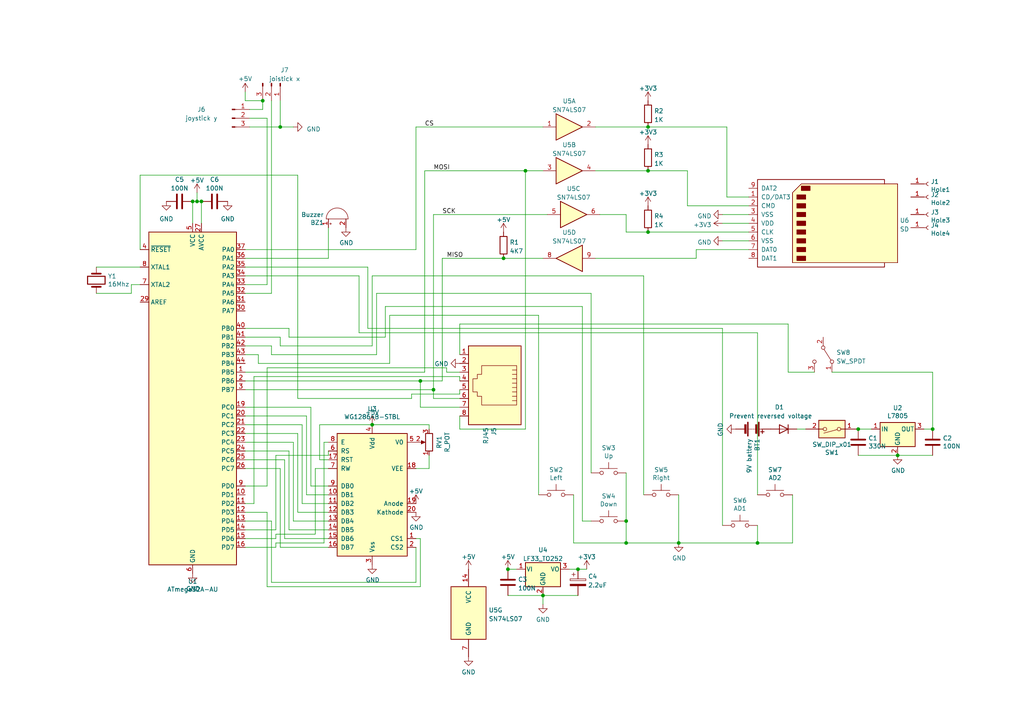
<source format=kicad_sch>
(kicad_sch (version 20230121) (generator eeschema)
  (paper "A4")
  (lib_symbols
    (symbol "+5V_1" (power) (pin_names (offset 0))
      (property "Value" "+5V_1" (at 0 3.556 0))
      (symbol "+5V_1_0_1"
        (polyline (pts (xy -0.762 1.27) (xy 0 2.54)))
        (polyline (pts (xy 0 0) (xy 0 2.54)))
        (polyline (pts (xy 0 2.54) (xy 0.762 1.27)))
      )
      (symbol "+5V_1_1_1"
        (pin power_in line (at 0 0 90) (length 0) hide (name "+5V") (number "1"))
      )
    )
    (symbol "74xx:SN74LS07" (pin_names (offset 1.016))
      (property "Reference" "U" (at 0 1.27 0))
      (property "Value" "SN74LS07" (at 0 -1.27 0))
      (symbol "SN74LS07_1_0"
        (polyline (pts (xy -3.81 3.81) (xy -3.81 -3.81) (xy 3.81 0) (xy -3.81 3.81)) (stroke (width 0.254)) (fill (type background)))
        (pin input line (at -7.62 0 0) (length 3.81) (name "~") (number "1"))
        (pin open_collector line (at 7.62 0 180) (length 3.81) (name "~") (number "2"))
      )
      (symbol "SN74LS07_2_0"
        (polyline (pts (xy -3.81 3.81) (xy -3.81 -3.81) (xy 3.81 0) (xy -3.81 3.81)) (stroke (width 0.254)) (fill (type background)))
        (pin input line (at -7.62 0 0) (length 3.81) (name "~") (number "3"))
        (pin open_collector line (at 7.62 0 180) (length 3.81) (name "~") (number "4"))
      )
      (symbol "SN74LS07_3_0"
        (polyline (pts (xy -3.81 3.81) (xy -3.81 -3.81) (xy 3.81 0) (xy -3.81 3.81)) (stroke (width 0.254)) (fill (type background)))
        (pin input line (at -7.62 0 0) (length 3.81) (name "~") (number "5"))
        (pin open_collector line (at 7.62 0 180) (length 3.81) (name "~") (number "6"))
      )
      (symbol "SN74LS07_4_0"
        (polyline (pts (xy -3.81 3.81) (xy -3.81 -3.81) (xy 3.81 0) (xy -3.81 3.81)) (stroke (width 0.254)) (fill (type background)))
        (pin open_collector line (at 7.62 0 180) (length 3.81) (name "~") (number "8"))
        (pin input line (at -7.62 0 0) (length 3.81) (name "~") (number "9"))
      )
      (symbol "SN74LS07_5_0"
        (polyline (pts (xy -3.81 3.81) (xy -3.81 -3.81) (xy 3.81 0) (xy -3.81 3.81)) (stroke (width 0.254)) (fill (type background)))
        (pin open_collector line (at 7.62 0 180) (length 3.81) (name "~") (number "10"))
        (pin input line (at -7.62 0 0) (length 3.81) (name "~") (number "11"))
      )
      (symbol "SN74LS07_6_0"
        (polyline (pts (xy -3.81 3.81) (xy -3.81 -3.81) (xy 3.81 0) (xy -3.81 3.81)) (stroke (width 0.254)) (fill (type background)))
        (pin open_collector line (at 7.62 0 180) (length 3.81) (name "~") (number "12"))
        (pin input line (at -7.62 0 0) (length 3.81) (name "~") (number "13"))
      )
      (symbol "SN74LS07_7_0"
        (pin power_in line (at 0 12.7 270) (length 5.08) (name "VCC") (number "14"))
        (pin power_in line (at 0 -12.7 90) (length 5.08) (name "GND") (number "7"))
      )
      (symbol "SN74LS07_7_1"
        (rectangle (start -5.08 7.62) (end 5.08 -7.62) (stroke (width 0.254)) (fill (type background)))
      )
    )
    (symbol "Connector:Conn_01x01_Female" (pin_names (offset 1.016) hide)
      (property "Reference" "J" (at 0 2.54 0))
      (property "Value" "Conn_01x01_Female" (at 0 -2.54 0))
      (symbol "Conn_01x01_Female_1_1"
        (polyline (pts (xy -1.27 0) (xy -0.508 0)) (stroke (width 0.1524)))
        (arc (start 0 0.508) (mid -0.5058 0) (end 0 -0.508) (stroke (width 0.1524)))
        (pin passive line (at -5.08 0 0) (length 3.81) (name "Pin_1") (number "1"))
      )
    )
    (symbol "Connector:Conn_01x03_Pin" (pin_names (offset 1.016) hide)
      (property "Reference" "J" (at 0 5.08 0))
      (property "Value" "Conn_01x03_Pin" (at 0 -5.08 0))
      (symbol "Conn_01x03_Pin_1_1"
        (polyline (pts (xy 1.27 -2.54) (xy 0.8636 -2.54)) (stroke (width 0.1524)))
        (polyline (pts (xy 1.27 0) (xy 0.8636 0)) (stroke (width 0.1524)))
        (polyline (pts (xy 1.27 2.54) (xy 0.8636 2.54)) (stroke (width 0.1524)))
        (rectangle (start 0.8636 -2.413) (end 0 -2.667) (stroke (width 0.1524)) (fill (type outline)))
        (rectangle (start 0.8636 0.127) (end 0 -0.127) (stroke (width 0.1524)) (fill (type outline)))
        (rectangle (start 0.8636 2.667) (end 0 2.413) (stroke (width 0.1524)) (fill (type outline)))
        (pin passive line (at 5.08 2.54 180) (length 3.81) (name "Pin_1") (number "1"))
        (pin passive line (at 5.08 0 180) (length 3.81) (name "Pin_2") (number "2"))
        (pin passive line (at 5.08 -2.54 180) (length 3.81) (name "Pin_3") (number "3"))
      )
    )
    (symbol "Connector:RJ45" (pin_names (offset 1.016))
      (property "Reference" "J" (at -5.08 13.97 0))
      (property "Value" "RJ45" (at 2.54 13.97 0))
      (symbol "RJ45_0_1"
        (polyline (pts (xy -5.08 4.445) (xy -6.35 4.445)))
        (polyline (pts (xy -5.08 5.715) (xy -6.35 5.715)))
        (polyline (pts (xy -6.35 -3.175) (xy -5.08 -3.175) (xy -5.08 -3.175)))
        (polyline (pts (xy -6.35 -1.905) (xy -5.08 -1.905) (xy -5.08 -1.905)))
        (polyline (pts (xy -6.35 -0.635) (xy -5.08 -0.635) (xy -5.08 -0.635)))
        (polyline (pts (xy -6.35 0.635) (xy -5.08 0.635) (xy -5.08 0.635)))
        (polyline (pts (xy -6.35 1.905) (xy -5.08 1.905) (xy -5.08 1.905)))
        (polyline (pts (xy -5.08 3.175) (xy -6.35 3.175) (xy -6.35 3.175)))
        (polyline (pts (xy -6.35 -4.445) (xy -6.35 6.985) (xy 3.81 6.985) (xy 3.81 4.445) (xy 5.08 4.445) (xy 5.08 3.175) (xy 6.35 3.175) (xy 6.35 -0.635) (xy 5.08 -0.635) (xy 5.08 -1.905) (xy 3.81 -1.905) (xy 3.81 -4.445) (xy -6.35 -4.445) (xy -6.35 -4.445)))
        (rectangle (start 7.62 12.7) (end -7.62 -10.16) (stroke (width 0.254)) (fill (type background)))
      )
      (symbol "RJ45_1_1"
        (pin passive line (at 10.16 -7.62 180) (length 2.54) (name "~") (number "1"))
        (pin passive line (at 10.16 -5.08 180) (length 2.54) (name "~") (number "2"))
        (pin passive line (at 10.16 -2.54 180) (length 2.54) (name "~") (number "3"))
        (pin passive line (at 10.16 0 180) (length 2.54) (name "~") (number "4"))
        (pin passive line (at 10.16 2.54 180) (length 2.54) (name "~") (number "5"))
        (pin passive line (at 10.16 5.08 180) (length 2.54) (name "~") (number "6"))
        (pin passive line (at 10.16 7.62 180) (length 2.54) (name "~") (number "7"))
        (pin passive line (at 10.16 10.16 180) (length 2.54) (name "~") (number "8"))
      )
    )
    (symbol "Device:Battery" (pin_numbers hide) (pin_names (offset 0) hide)
      (property "Reference" "BT" (at 2.54 2.54 0))
      (property "Value" "Battery" (at 2.54 0 0))
      (symbol "Battery_0_1"
        (rectangle (start -2.032 -1.397) (end 2.032 -1.651) (fill (type outline)))
        (rectangle (start -2.032 1.778) (end 2.032 1.524) (fill (type outline)))
        (rectangle (start -1.3208 -1.9812) (end 1.27 -2.4892) (fill (type outline)))
        (rectangle (start -1.3208 1.1938) (end 1.27 0.6858) (fill (type outline)))
        (polyline (pts (xy 0 -1.524) (xy 0 -1.27)))
        (polyline (pts (xy 0 -1.016) (xy 0 -0.762)))
        (polyline (pts (xy 0 -0.508) (xy 0 -0.254)))
        (polyline (pts (xy 0 0) (xy 0 0.254)))
        (polyline (pts (xy 0 0.508) (xy 0 0.762)))
        (polyline (pts (xy 0 1.778) (xy 0 2.54)))
        (polyline (pts (xy 0.254 2.667) (xy 1.27 2.667)) (stroke (width 0.254)))
        (polyline (pts (xy 0.762 3.175) (xy 0.762 2.159)) (stroke (width 0.254)))
      )
      (symbol "Battery_1_1"
        (pin passive line (at 0 5.08 270) (length 2.54) (name "+") (number "1"))
        (pin passive line (at 0 -5.08 90) (length 2.54) (name "-") (number "2"))
      )
    )
    (symbol "Device:Buzzer" (pin_names (offset 0.0254) hide)
      (property "Reference" "BZ" (at 3.81 1.27 0))
      (property "Value" "Buzzer" (at 3.81 -1.27 0))
      (symbol "Buzzer_0_1"
        (arc (start 0 -3.175) (mid 3.1612 0) (end 0 3.175))
        (polyline (pts (xy -1.651 1.905) (xy -1.143 1.905)))
        (polyline (pts (xy -1.397 2.159) (xy -1.397 1.651)))
        (polyline (pts (xy 0 3.175) (xy 0 -3.175)))
      )
      (symbol "Buzzer_1_1"
        (pin passive line (at -2.54 2.54 0) (length 2.54) (name "-") (number "1"))
        (pin passive line (at -2.54 -2.54 0) (length 2.54) (name "+") (number "2"))
      )
    )
    (symbol "Device:C" (pin_numbers hide) (pin_names (offset 0.254))
      (property "Reference" "C" (at 0.635 2.54 0))
      (property "Value" "C" (at 0.635 -2.54 0))
      (symbol "C_0_1"
        (polyline (pts (xy -2.032 -0.762) (xy 2.032 -0.762)) (stroke (width 0.508)))
        (polyline (pts (xy -2.032 0.762) (xy 2.032 0.762)) (stroke (width 0.508)))
      )
      (symbol "C_1_1"
        (pin passive line (at 0 3.81 270) (length 2.794) (name "~") (number "1"))
        (pin passive line (at 0 -3.81 90) (length 2.794) (name "~") (number "2"))
      )
    )
    (symbol "Device:C_Polarized" (pin_numbers hide) (pin_names (offset 0.254))
      (property "Reference" "C" (at 0.635 2.54 0))
      (property "Value" "C_Polarized" (at 0.635 -2.54 0))
      (symbol "C_Polarized_0_1"
        (rectangle (start -2.286 0.508) (end 2.286 1.016))
        (polyline (pts (xy -1.778 2.286) (xy -0.762 2.286)))
        (polyline (pts (xy -1.27 2.794) (xy -1.27 1.778)))
        (rectangle (start 2.286 -0.508) (end -2.286 -1.016) (fill (type outline)))
      )
      (symbol "C_Polarized_1_1"
        (pin passive line (at 0 3.81 270) (length 2.794) (name "~") (number "1"))
        (pin passive line (at 0 -3.81 90) (length 2.794) (name "~") (number "2"))
      )
    )
    (symbol "Device:Crystal" (pin_numbers hide) (pin_names (offset 1.016) hide)
      (property "Reference" "Y" (at 0 3.81 0))
      (property "Value" "Crystal" (at 0 -3.81 0))
      (symbol "Crystal_0_1"
        (rectangle (start -1.143 2.54) (end 1.143 -2.54) (stroke (width 0.3048)))
        (polyline (pts (xy -2.54 0) (xy -1.905 0)))
        (polyline (pts (xy -1.905 -1.27) (xy -1.905 1.27)) (stroke (width 0.508)))
        (polyline (pts (xy 1.905 -1.27) (xy 1.905 1.27)) (stroke (width 0.508)))
        (polyline (pts (xy 2.54 0) (xy 1.905 0)))
      )
      (symbol "Crystal_1_1"
        (pin passive line (at -3.81 0 0) (length 1.27) (name "1") (number "1"))
        (pin passive line (at 3.81 0 180) (length 1.27) (name "2") (number "2"))
      )
    )
    (symbol "Device:D" (pin_numbers hide) (pin_names (offset 1.016) hide)
      (property "Reference" "D" (at 0 2.54 0))
      (property "Value" "D" (at 0 -2.54 0))
      (symbol "D_0_1"
        (polyline (pts (xy -1.27 1.27) (xy -1.27 -1.27)) (stroke (width 0.254)))
        (polyline (pts (xy 1.27 0) (xy -1.27 0)))
        (polyline (pts (xy 1.27 1.27) (xy 1.27 -1.27) (xy -1.27 0) (xy 1.27 1.27)) (stroke (width 0.254)))
      )
      (symbol "D_1_1"
        (pin passive line (at -3.81 0 0) (length 2.54) (name "K") (number "1"))
        (pin passive line (at 3.81 0 180) (length 2.54) (name "A") (number "2"))
      )
    )
    (symbol "Device:R" (pin_numbers hide) (pin_names (offset 0))
      (property "Reference" "R" (at 2.032 0 90))
      (property "Value" "R" (at 0 0 90))
      (symbol "R_0_1"
        (rectangle (start -1.016 -2.54) (end 1.016 2.54) (stroke (width 0.254)))
      )
      (symbol "R_1_1"
        (pin passive line (at 0 3.81 270) (length 1.27) (name "~") (number "1"))
        (pin passive line (at 0 -3.81 90) (length 1.27) (name "~") (number "2"))
      )
    )
    (symbol "Device:R_POT" (pin_names (offset 1.016) hide)
      (property "Reference" "RV" (at -4.445 0 90))
      (property "Value" "Device_R_POT" (at -2.54 0 90))
      (symbol "R_POT_0_1"
        (polyline (pts (xy 2.54 0) (xy 1.524 0)))
        (polyline (pts (xy 1.143 0) (xy 2.286 0.508) (xy 2.286 -0.508) (xy 1.143 0)) (fill (type outline)))
        (rectangle (start 1.016 2.54) (end -1.016 -2.54) (stroke (width 0.254)))
      )
      (symbol "R_POT_1_1"
        (pin passive line (at 0 3.81 270) (length 1.27) (name "1") (number "1"))
        (pin passive line (at 3.81 0 180) (length 1.27) (name "2") (number "2"))
        (pin passive line (at 0 -3.81 90) (length 1.27) (name "3") (number "3"))
      )
    )
    (symbol "GND_1" (power) (pin_names (offset 0))
      (property "Value" "GND_1" (at 0 -3.81 0))
      (symbol "GND_1_0_1"
        (polyline (pts (xy 0 0) (xy 0 -1.27) (xy 1.27 -1.27) (xy 0 -2.54) (xy -1.27 -1.27) (xy 0 -1.27)))
      )
      (symbol "GND_1_1_1"
        (pin power_in line (at 0 0 270) (length 0) hide (name "GND") (number "1"))
      )
    )
    (symbol "GND_2" (power) (pin_names (offset 0))
      (property "Value" "GND_2" (at 0 -3.81 0))
      (symbol "GND_2_0_1"
        (polyline (pts (xy 0 0) (xy 0 -1.27) (xy 1.27 -1.27) (xy 0 -2.54) (xy -1.27 -1.27) (xy 0 -1.27)))
      )
      (symbol "GND_2_1_1"
        (pin power_in line (at 0 0 270) (length 0) hide (name "GND") (number "1"))
      )
    )
    (symbol "GND_3" (power) (pin_names (offset 0))
      (property "Value" "GND_3" (at 0 -3.81 0))
      (symbol "GND_3_0_1"
        (polyline (pts (xy 0 0) (xy 0 -1.27) (xy 1.27 -1.27) (xy 0 -2.54) (xy -1.27 -1.27) (xy 0 -1.27)))
      )
      (symbol "GND_3_1_1"
        (pin power_in line (at 0 0 270) (length 0) hide (name "GND") (number "1"))
      )
    )
    (symbol "MCU_Microchip_ATmega:ATmega32A-AU"
      (property "Reference" "U" (at -12.7 49.53 0))
      (property "Value" "MCU_Microchip_ATmega_ATmega32A-AU" (at 2.54 -49.53 0))
      (symbol "ATmega32A-AU_0_1"
        (rectangle (start -12.7 -48.26) (end 12.7 48.26) (stroke (width 0.254)) (fill (type background)))
      )
      (symbol "ATmega32A-AU_1_1"
        (pin bidirectional line (at 15.24 7.62 180) (length 2.54) (name "PB5") (number "1"))
        (pin bidirectional line (at 15.24 -27.94 180) (length 2.54) (name "PD1") (number "10"))
        (pin bidirectional line (at 15.24 -30.48 180) (length 2.54) (name "PD2") (number "11"))
        (pin bidirectional line (at 15.24 -33.02 180) (length 2.54) (name "PD3") (number "12"))
        (pin bidirectional line (at 15.24 -35.56 180) (length 2.54) (name "PD4") (number "13"))
        (pin bidirectional line (at 15.24 -38.1 180) (length 2.54) (name "PD5") (number "14"))
        (pin bidirectional line (at 15.24 -40.64 180) (length 2.54) (name "PD6") (number "15"))
        (pin bidirectional line (at 15.24 -43.18 180) (length 2.54) (name "PD7") (number "16"))
        (pin passive line (at 0 50.8 270) (length 2.54) hide (name "VCC") (number "17"))
        (pin passive line (at 0 -50.8 90) (length 2.54) hide (name "GND") (number "18"))
        (pin bidirectional line (at 15.24 -2.54 180) (length 2.54) (name "PC0") (number "19"))
        (pin bidirectional line (at 15.24 5.08 180) (length 2.54) (name "PB6") (number "2"))
        (pin bidirectional line (at 15.24 -5.08 180) (length 2.54) (name "PC1") (number "20"))
        (pin bidirectional line (at 15.24 -7.62 180) (length 2.54) (name "PC2") (number "21"))
        (pin bidirectional line (at 15.24 -10.16 180) (length 2.54) (name "PC3") (number "22"))
        (pin bidirectional line (at 15.24 -12.7 180) (length 2.54) (name "PC4") (number "23"))
        (pin bidirectional line (at 15.24 -15.24 180) (length 2.54) (name "PC5") (number "24"))
        (pin bidirectional line (at 15.24 -17.78 180) (length 2.54) (name "PC6") (number "25"))
        (pin bidirectional line (at 15.24 -20.32 180) (length 2.54) (name "PC7") (number "26"))
        (pin power_in line (at 2.54 50.8 270) (length 2.54) (name "AVCC") (number "27"))
        (pin passive line (at 0 -50.8 90) (length 2.54) hide (name "GND") (number "28"))
        (pin passive line (at -15.24 27.94 0) (length 2.54) (name "AREF") (number "29"))
        (pin bidirectional line (at 15.24 2.54 180) (length 2.54) (name "PB7") (number "3"))
        (pin bidirectional line (at 15.24 25.4 180) (length 2.54) (name "PA7") (number "30"))
        (pin bidirectional line (at 15.24 27.94 180) (length 2.54) (name "PA6") (number "31"))
        (pin bidirectional line (at 15.24 30.48 180) (length 2.54) (name "PA5") (number "32"))
        (pin bidirectional line (at 15.24 33.02 180) (length 2.54) (name "PA4") (number "33"))
        (pin bidirectional line (at 15.24 35.56 180) (length 2.54) (name "PA3") (number "34"))
        (pin bidirectional line (at 15.24 38.1 180) (length 2.54) (name "PA2") (number "35"))
        (pin bidirectional line (at 15.24 40.64 180) (length 2.54) (name "PA1") (number "36"))
        (pin bidirectional line (at 15.24 43.18 180) (length 2.54) (name "PA0") (number "37"))
        (pin passive line (at 0 50.8 270) (length 2.54) hide (name "VCC") (number "38"))
        (pin passive line (at 0 -50.8 90) (length 2.54) hide (name "GND") (number "39"))
        (pin input line (at -15.24 43.18 0) (length 2.54) (name "~{RESET}") (number "4"))
        (pin bidirectional line (at 15.24 20.32 180) (length 2.54) (name "PB0") (number "40"))
        (pin bidirectional line (at 15.24 17.78 180) (length 2.54) (name "PB1") (number "41"))
        (pin bidirectional line (at 15.24 15.24 180) (length 2.54) (name "PB2") (number "42"))
        (pin bidirectional line (at 15.24 12.7 180) (length 2.54) (name "PB3") (number "43"))
        (pin bidirectional line (at 15.24 10.16 180) (length 2.54) (name "PB4") (number "44"))
        (pin power_in line (at 0 50.8 270) (length 2.54) (name "VCC") (number "5"))
        (pin power_in line (at 0 -50.8 90) (length 2.54) (name "GND") (number "6"))
        (pin output line (at -15.24 33.02 0) (length 2.54) (name "XTAL2") (number "7"))
        (pin input line (at -15.24 38.1 0) (length 2.54) (name "XTAL1") (number "8"))
        (pin bidirectional line (at 15.24 -25.4 180) (length 2.54) (name "PD0") (number "9"))
      )
    )
    (symbol "Regulator_Linear:L7805" (pin_names (offset 0.254))
      (property "Reference" "U" (at -3.81 3.175 0))
      (property "Value" "L7805" (at 0 3.175 0))
      (symbol "L7805_0_1"
        (rectangle (start -5.08 1.905) (end 5.08 -5.08) (stroke (width 0.254)) (fill (type background)))
      )
      (symbol "L7805_1_1"
        (pin power_in line (at -7.62 0 0) (length 2.54) (name "IN") (number "1"))
        (pin power_in line (at 0 -7.62 90) (length 2.54) (name "GND") (number "2"))
        (pin power_out line (at 7.62 0 180) (length 2.54) (name "OUT") (number "3"))
      )
    )
    (symbol "Regulator_Linear:LF33_TO252" (pin_names (offset 0.254))
      (property "Reference" "U" (at -3.81 3.175 0))
      (property "Value" "LF33_TO252" (at 0 3.175 0))
      (symbol "LF33_TO252_0_1"
        (rectangle (start -5.08 1.905) (end 5.08 -5.08) (stroke (width 0.254)) (fill (type background)))
      )
      (symbol "LF33_TO252_1_1"
        (pin power_in line (at -7.62 0 0) (length 2.54) (name "VI") (number "1"))
        (pin power_in line (at 0 -7.62 90) (length 2.54) (name "GND") (number "2"))
        (pin power_out line (at 7.62 0 180) (length 2.54) (name "VO") (number "3"))
      )
    )
    (symbol "SD:SD" (pin_names (offset 1.016))
      (property "Reference" "U" (at 0 5.08 0))
      (property "Value" "SD" (at 0 7.62 0))
      (symbol "SD_0_1"
        (rectangle (start -8.89 -9.525) (end -6.35 -10.795) (fill (type outline)))
        (rectangle (start -8.89 -9.525) (end -6.35 -10.795) (fill (type outline)))
        (rectangle (start -8.89 -6.985) (end -6.35 -8.255) (fill (type outline)))
        (rectangle (start -8.89 -6.985) (end -6.35 -8.255) (fill (type outline)))
        (rectangle (start -8.89 -4.445) (end -6.35 -5.715) (fill (type outline)))
        (rectangle (start -8.89 -4.445) (end -6.35 -5.715) (fill (type outline)))
        (rectangle (start -8.89 -1.905) (end -6.35 -3.175) (fill (type outline)))
        (rectangle (start -8.89 -1.905) (end -6.35 -3.175) (fill (type outline)))
        (rectangle (start -8.89 0.635) (end -6.35 -0.635) (fill (type outline)))
        (rectangle (start -8.89 0.635) (end -6.35 -0.635) (fill (type outline)))
        (rectangle (start -8.89 3.175) (end -6.35 1.905) (fill (type outline)))
        (rectangle (start -8.89 3.175) (end -6.35 1.905) (fill (type outline)))
        (rectangle (start -8.89 5.715) (end -6.35 4.445) (fill (type outline)))
        (rectangle (start -8.89 5.715) (end -6.35 4.445) (fill (type outline)))
        (rectangle (start -8.89 8.255) (end -6.35 6.985) (fill (type outline)))
        (rectangle (start -8.89 8.255) (end -6.35 6.985) (fill (type outline)))
        (rectangle (start -7.62 10.795) (end -5.08 9.525) (fill (type outline)))
        (rectangle (start -7.62 10.795) (end -5.08 9.525) (fill (type outline)))
        (polyline (pts (xy -10.16 8.89) (xy -7.62 11.43) (xy 20.32 11.43) (xy 20.32 -11.43) (xy -10.16 -11.43) (xy -10.16 8.89)) (fill (type background)))
        (polyline (pts (xy -10.16 8.89) (xy -7.62 11.43) (xy 20.32 11.43) (xy 20.32 -11.43) (xy -10.16 -11.43) (xy -10.16 8.89)) (fill (type background)))
        (polyline (pts (xy 16.51 11.43) (xy 16.51 12.7) (xy -20.32 12.7) (xy -20.32 -12.7) (xy 16.51 -12.7) (xy 16.51 -11.43)))
        (polyline (pts (xy 16.51 11.43) (xy 16.51 12.7) (xy -20.32 12.7) (xy -20.32 -12.7) (xy 16.51 -12.7) (xy 16.51 -11.43)))
      )
      (symbol "SD_1_1"
        (pin input line (at -22.86 7.62 0) (length 2.54) (name "CD/DAT3") (number "1"))
        (pin input line (at -22.86 5.08 0) (length 2.54) (name "CMD") (number "2"))
        (pin power_in line (at -22.86 2.54 0) (length 2.54) (name "VSS") (number "3"))
        (pin power_in line (at -22.86 0 0) (length 2.54) (name "VDD") (number "4"))
        (pin input line (at -22.86 -2.54 0) (length 2.54) (name "CLK") (number "5"))
        (pin power_in line (at -22.86 -5.08 0) (length 2.54) (name "VSS") (number "6"))
        (pin input line (at -22.86 -7.62 0) (length 2.54) (name "DAT0") (number "7"))
        (pin input line (at -22.86 -10.16 0) (length 2.54) (name "DAT1") (number "8"))
        (pin input line (at -22.86 10.16 0) (length 2.54) (name "DAT2") (number "9"))
      )
    )
    (symbol "Switch:SW_DIP_x01" (pin_names (offset 0) hide)
      (property "Reference" "SW" (at 0 3.81 0))
      (property "Value" "SW_DIP_x01" (at 0 -3.81 0))
      (symbol "SW_DIP_x01_0_0"
        (circle (center -2.032 0) (radius 0.508))
        (polyline (pts (xy -1.524 0.127) (xy 2.3622 1.1684)))
        (circle (center 2.032 0) (radius 0.508))
      )
      (symbol "SW_DIP_x01_0_1"
        (rectangle (start -3.81 2.54) (end 3.81 -2.54) (stroke (width 0.254)) (fill (type background)))
      )
      (symbol "SW_DIP_x01_1_1"
        (pin passive line (at -7.62 0 0) (length 5.08) (name "~") (number "1"))
        (pin passive line (at 7.62 0 180) (length 5.08) (name "~") (number "2"))
      )
    )
    (symbol "Switch:SW_Push" (pin_numbers hide) (pin_names (offset 1.016) hide)
      (property "Reference" "SW" (at 1.27 2.54 0))
      (property "Value" "SW_Push" (at 0 -1.524 0))
      (symbol "SW_Push_0_1"
        (circle (center -2.032 0) (radius 0.508))
        (polyline (pts (xy 0 1.27) (xy 0 3.048)))
        (polyline (pts (xy 2.54 1.27) (xy -2.54 1.27)))
        (circle (center 2.032 0) (radius 0.508))
        (pin passive line (at -5.08 0 0) (length 2.54) (name "1") (number "1"))
        (pin passive line (at 5.08 0 180) (length 2.54) (name "2") (number "2"))
      )
    )
    (symbol "Switch:SW_SPDT" (pin_names (offset 0) hide)
      (property "Reference" "SW" (at 0 4.318 0))
      (property "Value" "SW_SPDT" (at 0 -5.08 0))
      (symbol "SW_SPDT_0_0"
        (circle (center -2.032 0) (radius 0.508))
        (circle (center 2.032 -2.54) (radius 0.508))
      )
      (symbol "SW_SPDT_0_1"
        (polyline (pts (xy -1.524 0.254) (xy 1.651 2.286)))
        (circle (center 2.032 2.54) (radius 0.508))
      )
      (symbol "SW_SPDT_1_1"
        (pin passive line (at 5.08 2.54 180) (length 2.54) (name "A") (number "1"))
        (pin passive line (at -5.08 0 0) (length 2.54) (name "B") (number "2"))
        (pin passive line (at 5.08 -2.54 180) (length 2.54) (name "C") (number "3"))
      )
    )
    (symbol "power:+3V3" (power) (pin_names (offset 0))
      (property "Value" "+3V3" (at 0 3.556 0))
      (symbol "+3V3_0_1"
        (polyline (pts (xy -0.762 1.27) (xy 0 2.54)))
        (polyline (pts (xy 0 0) (xy 0 2.54)))
        (polyline (pts (xy 0 2.54) (xy 0.762 1.27)))
      )
      (symbol "+3V3_1_1"
        (pin power_in line (at 0 0 90) (length 0) hide (name "+3V3") (number "1"))
      )
    )
    (symbol "power:+5V" (power) (pin_names (offset 0))
      (property "Value" "+5V" (at 0 3.556 0))
      (symbol "+5V_0_1"
        (polyline (pts (xy -0.762 1.27) (xy 0 2.54)))
        (polyline (pts (xy 0 0) (xy 0 2.54)))
        (polyline (pts (xy 0 2.54) (xy 0.762 1.27)))
      )
      (symbol "+5V_1_1"
        (pin power_in line (at 0 0 90) (length 0) hide (name "+5V") (number "1"))
      )
    )
    (symbol "power:GND" (power) (pin_names (offset 0))
      (property "Value" "GND" (at 0 -3.81 0))
      (symbol "GND_0_1"
        (polyline (pts (xy 0 0) (xy 0 -1.27) (xy 1.27 -1.27) (xy 0 -2.54) (xy -1.27 -1.27) (xy 0 -1.27)))
      )
      (symbol "GND_1_1"
        (pin power_in line (at 0 0 270) (length 0) hide (name "GND") (number "1"))
      )
    )
    (symbol "schemat_dip40-rescue:WG12864B-STBL" (pin_names (offset 1.016))
      (property "Reference" "U" (at 0 0 0))
      (property "Value" "WG12864B-STBL" (at 0 0 0))
      (symbol "WG12864B-STBL_0_1"
        (rectangle (start -10.16 19.05) (end 10.16 -16.51) (stroke (width 0.254)) (fill (type background)))
      )
      (symbol "WG12864B-STBL_1_1"
        (pin input line (at 12.7 -11.43 180) (length 2.54) (name "CS1") (number "1"))
        (pin input line (at -12.7 1.27 0) (length 2.54) (name "DB1") (number "10"))
        (pin input line (at -12.7 -1.27 0) (length 2.54) (name "DB2") (number "11"))
        (pin input line (at -12.7 -3.81 0) (length 2.54) (name "DB3") (number "12"))
        (pin input line (at -12.7 -6.35 0) (length 2.54) (name "DB4") (number "13"))
        (pin input line (at -12.7 -8.89 0) (length 2.54) (name "DB5") (number "14"))
        (pin input line (at -12.7 -11.43 0) (length 2.54) (name "DB6") (number "15"))
        (pin input line (at -12.7 -13.97 0) (length 2.54) (name "DB7") (number "16"))
        (pin input line (at -12.7 11.43 0) (length 2.54) (name "RST") (number "17"))
        (pin passive line (at 12.7 8.89 180) (length 2.54) (name "VEE") (number "18"))
        (pin input line (at 12.7 -1.27 180) (length 2.54) (name "Anode") (number "19"))
        (pin input line (at 12.7 -13.97 180) (length 2.54) (name "CS2") (number "2"))
        (pin input line (at 12.7 -3.81 180) (length 2.54) (name "Kathode") (number "20"))
        (pin power_in line (at 0 -19.05 90) (length 2.54) (name "Vss") (number "3"))
        (pin power_in line (at 0 21.59 270) (length 2.54) (name "Vdd") (number "4"))
        (pin input line (at 12.7 16.51 180) (length 2.54) (name "V0") (number "5"))
        (pin input line (at -12.7 13.97 0) (length 2.54) (name "RS") (number "6"))
        (pin input line (at -12.7 8.89 0) (length 2.54) (name "RW") (number "7"))
        (pin input line (at -12.7 16.51 0) (length 2.54) (name "E") (number "8"))
        (pin input line (at -12.7 3.81 0) (length 2.54) (name "DB0") (number "9"))
      )
    )
  )
  (junction (at 187.96 67.31))
  (junction (at 107.95 123.19))
  (junction (at 58.42 58.42))
  (junction (at 219.71 157.48))
  (junction (at 157.48 172.72))
  (junction (at 260.35 132.08))
  (junction (at 152.4 49.53))
  (junction (at 146.05 74.93))
  (junction (at 248.92 124.46))
  (junction (at 57.15 58.42))
  (junction (at 121.92 110.49))
  (junction (at 147.32 165.1))
  (junction (at 187.96 49.53))
  (junction (at 76.2 29.21))
  (junction (at 167.64 165.1))
  (junction (at 270.51 124.46))
  (junction (at 181.61 157.48))
  (junction (at 181.61 151.13))
  (junction (at 55.88 58.42))
  (junction (at 125.73 113.03))
  (junction (at 196.85 157.48))
  (junction (at 187.96 36.83))
  (junction (at 81.28 36.83))
  (wire (pts (xy 77.47 170.18) (xy 77.47 148.59)))
  (wire (pts (xy 95.25 151.13) (xy 85.09 151.13)))
  (wire (pts (xy 133.35 124.46) (xy 133.35 120.65)))
  (wire (pts (xy 181.61 151.13) (xy 181.61 157.48)))
  (wire (pts (xy 81.28 135.89) (xy 71.12 135.89)))
  (wire (pts (xy 113.03 105.41) (xy 74.93 105.41)))
  (wire (pts (xy 77.47 140.97) (xy 77.47 106.68)))
  (wire (pts (xy 86.36 125.73) (xy 71.12 125.73)))
  (wire (pts (xy 78.74 100.33) (xy 71.12 100.33)))
  (wire (pts (xy 209.55 95.25) (xy 209.55 152.4)))
  (wire (pts (xy 270.51 124.46) (xy 270.51 107.95)))
  (wire (pts (xy 57.15 58.42) (xy 58.42 58.42)))
  (wire (pts (xy 72.39 34.29) (xy 77.47 34.29)))
  (wire (pts (xy 78.74 102.87) (xy 78.74 100.33)))
  (wire (pts (xy 78.74 151.13) (xy 71.12 151.13)))
  (wire (pts (xy 95.25 133.35) (xy 92.71 133.35)))
  (wire (pts (xy 201.93 72.39) (xy 217.17 72.39)))
  (wire (pts (xy 219.71 152.4) (xy 219.71 157.48)))
  (wire (pts (xy 201.93 74.93) (xy 201.93 72.39)))
  (wire (pts (xy 199.39 59.69) (xy 217.17 59.69)))
  (wire (pts (xy 78.74 168.91) (xy 78.74 151.13)))
  (wire (pts (xy 125.73 113.03) (xy 125.73 115.57)))
  (wire (pts (xy 133.35 102.87) (xy 133.35 93.98)))
  (wire (pts (xy 147.32 172.72) (xy 157.48 172.72)))
  (wire (pts (xy 76.2 31.75) (xy 76.2 29.21)))
  (wire (pts (xy 125.73 113.03) (xy 71.12 113.03)))
  (wire (pts (xy 173.99 62.23) (xy 181.61 62.23)))
  (wire (pts (xy 82.55 156.21) (xy 82.55 133.35)))
  (wire (pts (xy 125.73 62.23) (xy 125.73 113.03)))
  (wire (pts (xy 86.36 115.57) (xy 119.38 115.57)))
  (wire (pts (xy 228.6 93.98) (xy 228.6 107.95)))
  (wire (pts (xy 128.27 110.49) (xy 121.92 110.49)))
  (wire (pts (xy 55.88 58.42) (xy 55.88 64.77)))
  (wire (pts (xy 157.48 172.72) (xy 157.48 175.26)))
  (wire (pts (xy 120.65 36.83) (xy 157.48 36.83)))
  (wire (pts (xy 156.21 91.44) (xy 113.03 91.44)))
  (wire (pts (xy 95.25 132.08) (xy 95.25 130.81)))
  (wire (pts (xy 121.92 118.11) (xy 121.92 110.49)))
  (wire (pts (xy 209.55 64.77) (xy 217.17 64.77)))
  (wire (pts (xy 181.61 67.31) (xy 187.96 67.31)))
  (wire (pts (xy 95.25 153.67) (xy 83.82 153.67)))
  (wire (pts (xy 95.25 146.05) (xy 87.63 146.05)))
  (wire (pts (xy 187.96 36.83) (xy 210.82 36.83)))
  (wire (pts (xy 27.94 77.47) (xy 40.64 77.47)))
  (wire (pts (xy 209.55 62.23) (xy 217.17 62.23)))
  (wire (pts (xy 87.63 123.19) (xy 71.12 123.19)))
  (wire (pts (xy 181.61 62.23) (xy 181.61 67.31)))
  (wire (pts (xy 120.65 156.21) (xy 121.92 156.21)))
  (wire (pts (xy 93.98 128.27) (xy 95.25 128.27)))
  (wire (pts (xy 77.47 34.29) (xy 77.47 82.55)))
  (wire (pts (xy 104.14 96.52) (xy 219.71 96.52)))
  (wire (pts (xy 168.91 151.13) (xy 168.91 88.9)))
  (wire (pts (xy 172.72 36.83) (xy 187.96 36.83)))
  (wire (pts (xy 187.96 49.53) (xy 199.39 49.53)))
  (wire (pts (xy 71.12 146.05) (xy 73.66 146.05)))
  (wire (pts (xy 129.54 106.68) (xy 129.54 107.95)))
  (wire (pts (xy 121.92 118.11) (xy 133.35 118.11)))
  (wire (pts (xy 92.71 133.35) (xy 92.71 123.19)))
  (wire (pts (xy 231.14 124.46) (xy 233.68 124.46)))
  (wire (pts (xy 133.35 93.98) (xy 228.6 93.98)))
  (wire (pts (xy 80.01 132.08) (xy 95.25 132.08)))
  (wire (pts (xy 120.65 168.91) (xy 78.74 168.91)))
  (wire (pts (xy 55.88 58.42) (xy 57.15 58.42)))
  (wire (pts (xy 91.44 135.89) (xy 91.44 154.94)))
  (wire (pts (xy 229.87 157.48) (xy 229.87 143.51)))
  (wire (pts (xy 157.48 172.72) (xy 167.64 172.72)))
  (wire (pts (xy 181.61 157.48) (xy 196.85 157.48)))
  (wire (pts (xy 128.27 110.49) (xy 128.27 74.93)))
  (wire (pts (xy 72.39 36.83) (xy 81.28 36.83)))
  (wire (pts (xy 81.28 36.83) (xy 81.28 29.21)))
  (wire (pts (xy 91.44 154.94) (xy 80.01 154.94)))
  (wire (pts (xy 80.01 154.94) (xy 80.01 156.21)))
  (wire (pts (xy 95.25 158.75) (xy 81.28 158.75)))
  (wire (pts (xy 109.22 85.09) (xy 109.22 102.87)))
  (wire (pts (xy 248.92 132.08) (xy 260.35 132.08)))
  (wire (pts (xy 77.47 148.59) (xy 71.12 148.59)))
  (wire (pts (xy 58.42 58.42) (xy 58.42 64.77)))
  (wire (pts (xy 81.28 36.83) (xy 85.09 36.83)))
  (wire (pts (xy 93.98 157.48) (xy 80.01 157.48)))
  (wire (pts (xy 95.25 74.93) (xy 71.12 74.93)))
  (wire (pts (xy 187.96 67.31) (xy 217.17 67.31)))
  (wire (pts (xy 128.27 74.93) (xy 146.05 74.93)))
  (wire (pts (xy 57.15 55.88) (xy 57.15 58.42)))
  (wire (pts (xy 107.95 100.33) (xy 81.28 100.33)))
  (wire (pts (xy 196.85 157.48) (xy 219.71 157.48)))
  (wire (pts (xy 81.28 100.33) (xy 81.28 97.79)))
  (wire (pts (xy 129.54 107.95) (xy 133.35 107.95)))
  (wire (pts (xy 124.46 124.46) (xy 124.46 123.19)))
  (wire (pts (xy 146.05 74.93) (xy 157.48 74.93)))
  (wire (pts (xy 95.25 148.59) (xy 86.36 148.59)))
  (wire (pts (xy 119.38 114.3) (xy 133.35 114.3)))
  (wire (pts (xy 107.95 80.01) (xy 107.95 100.33)))
  (wire (pts (xy 95.25 143.51) (xy 88.9 143.51)))
  (wire (pts (xy 90.17 140.97) (xy 90.17 118.11)))
  (wire (pts (xy 172.72 49.53) (xy 187.96 49.53)))
  (wire (pts (xy 120.65 158.75) (xy 120.65 168.91)))
  (wire (pts (xy 120.65 135.89) (xy 124.46 135.89)))
  (wire (pts (xy 74.93 105.41) (xy 74.93 102.87)))
  (wire (pts (xy 80.01 153.67) (xy 71.12 153.67)))
  (wire (pts (xy 156.21 143.51) (xy 156.21 91.44)))
  (wire (pts (xy 80.01 153.67) (xy 80.01 132.08)))
  (wire (pts (xy 133.35 114.3) (xy 133.35 113.03)))
  (wire (pts (xy 219.71 157.48) (xy 229.87 157.48)))
  (wire (pts (xy 125.73 115.57) (xy 133.35 115.57)))
  (wire (pts (xy 80.01 157.48) (xy 80.01 158.75)))
  (wire (pts (xy 78.74 29.21) (xy 78.74 85.09)))
  (wire (pts (xy 121.92 156.21) (xy 121.92 170.18)))
  (wire (pts (xy 38.1 82.55) (xy 40.64 82.55)))
  (wire (pts (xy 210.82 57.15) (xy 217.17 57.15)))
  (wire (pts (xy 71.12 140.97) (xy 77.47 140.97)))
  (wire (pts (xy 93.98 128.27) (xy 93.98 157.48)))
  (wire (pts (xy 166.37 143.51) (xy 166.37 157.48)))
  (wire (pts (xy 88.9 143.51) (xy 88.9 120.65)))
  (wire (pts (xy 125.73 62.23) (xy 158.75 62.23)))
  (wire (pts (xy 219.71 143.51) (xy 219.71 96.52)))
  (wire (pts (xy 270.51 107.95) (xy 241.3 107.95)))
  (wire (pts (xy 95.25 156.21) (xy 82.55 156.21)))
  (wire (pts (xy 74.93 102.87) (xy 71.12 102.87)))
  (wire (pts (xy 109.22 102.87) (xy 78.74 102.87)))
  (wire (pts (xy 83.82 95.25) (xy 71.12 95.25)))
  (wire (pts (xy 248.92 124.46) (xy 252.73 124.46)))
  (wire (pts (xy 95.25 66.04) (xy 95.25 74.93)))
  (wire (pts (xy 209.55 69.85) (xy 217.17 69.85)))
  (wire (pts (xy 87.63 146.05) (xy 87.63 123.19)))
  (wire (pts (xy 106.68 95.25) (xy 106.68 77.47)))
  (wire (pts (xy 27.94 85.09) (xy 38.1 85.09)))
  (wire (pts (xy 123.19 107.95) (xy 71.12 107.95)))
  (wire (pts (xy 40.64 50.8) (xy 86.36 50.8)))
  (wire (pts (xy 86.36 50.8) (xy 86.36 115.57)))
  (wire (pts (xy 71.12 29.21) (xy 71.12 26.67)))
  (wire (pts (xy 83.82 153.67) (xy 83.82 130.81)))
  (wire (pts (xy 81.28 97.79) (xy 71.12 97.79)))
  (wire (pts (xy 83.82 130.81) (xy 71.12 130.81)))
  (wire (pts (xy 210.82 36.83) (xy 210.82 57.15)))
  (wire (pts (xy 152.4 49.53) (xy 152.4 124.46)))
  (wire (pts (xy 85.09 128.27) (xy 71.12 128.27)))
  (wire (pts (xy 181.61 137.16) (xy 181.61 151.13)))
  (wire (pts (xy 167.64 165.1) (xy 170.18 165.1)))
  (wire (pts (xy 92.71 123.19) (xy 107.95 123.19)))
  (wire (pts (xy 168.91 88.9) (xy 111.76 88.9)))
  (wire (pts (xy 71.12 72.39) (xy 120.65 72.39)))
  (wire (pts (xy 133.35 109.22) (xy 133.35 110.49)))
  (wire (pts (xy 78.74 85.09) (xy 71.12 85.09)))
  (wire (pts (xy 95.25 140.97) (xy 90.17 140.97)))
  (wire (pts (xy 121.92 110.49) (xy 71.12 110.49)))
  (wire (pts (xy 104.14 96.52) (xy 104.14 80.01)))
  (wire (pts (xy 171.45 85.09) (xy 109.22 85.09)))
  (wire (pts (xy 172.72 74.93) (xy 201.93 74.93)))
  (wire (pts (xy 80.01 156.21) (xy 71.12 156.21)))
  (wire (pts (xy 72.39 31.75) (xy 76.2 31.75)))
  (wire (pts (xy 228.6 107.95) (xy 236.22 107.95)))
  (wire (pts (xy 166.37 157.48) (xy 181.61 157.48)))
  (wire (pts (xy 85.09 151.13) (xy 85.09 128.27)))
  (wire (pts (xy 91.44 135.89) (xy 95.25 135.89)))
  (wire (pts (xy 152.4 124.46) (xy 133.35 124.46)))
  (wire (pts (xy 111.76 97.79) (xy 83.82 97.79)))
  (wire (pts (xy 147.32 165.1) (xy 149.86 165.1)))
  (wire (pts (xy 267.97 124.46) (xy 270.51 124.46)))
  (wire (pts (xy 73.66 146.05) (xy 73.66 109.22)))
  (wire (pts (xy 90.17 118.11) (xy 71.12 118.11)))
  (wire (pts (xy 165.1 165.1) (xy 167.64 165.1)))
  (wire (pts (xy 86.36 148.59) (xy 86.36 125.73)))
  (wire (pts (xy 38.1 82.55) (xy 38.1 85.09)))
  (wire (pts (xy 196.85 143.51) (xy 196.85 157.48)))
  (wire (pts (xy 73.66 109.22) (xy 133.35 109.22)))
  (wire (pts (xy 83.82 97.79) (xy 83.82 95.25)))
  (wire (pts (xy 111.76 88.9) (xy 111.76 97.79)))
  (wire (pts (xy 76.2 29.21) (xy 71.12 29.21)))
  (wire (pts (xy 106.68 77.47) (xy 71.12 77.47)))
  (wire (pts (xy 104.14 80.01) (xy 71.12 80.01)))
  (wire (pts (xy 80.01 158.75) (xy 71.12 158.75)))
  (wire (pts (xy 124.46 135.89) (xy 124.46 132.08)))
  (wire (pts (xy 77.47 82.55) (xy 71.12 82.55)))
  (wire (pts (xy 123.19 49.53) (xy 152.4 49.53)))
  (wire (pts (xy 260.35 132.08) (xy 270.51 132.08)))
  (wire (pts (xy 186.69 143.51) (xy 186.69 80.01)))
  (wire (pts (xy 77.47 106.68) (xy 129.54 106.68)))
  (wire (pts (xy 40.64 72.39) (xy 40.64 50.8)))
  (wire (pts (xy 81.28 158.75) (xy 81.28 135.89)))
  (wire (pts (xy 106.68 95.25) (xy 209.55 95.25)))
  (wire (pts (xy 82.55 133.35) (xy 71.12 133.35)))
  (wire (pts (xy 120.65 36.83) (xy 120.65 72.39)))
  (wire (pts (xy 119.38 115.57) (xy 119.38 114.3)))
  (wire (pts (xy 88.9 120.65) (xy 71.12 120.65)))
  (wire (pts (xy 171.45 151.13) (xy 168.91 151.13)))
  (wire (pts (xy 113.03 91.44) (xy 113.03 105.41)))
  (wire (pts (xy 124.46 123.19) (xy 107.95 123.19)))
  (wire (pts (xy 186.69 80.01) (xy 107.95 80.01)))
  (wire (pts (xy 199.39 49.53) (xy 199.39 59.69)))
  (wire (pts (xy 121.92 170.18) (xy 77.47 170.18)))
  (wire (pts (xy 152.4 49.53) (xy 157.48 49.53)))
  (wire (pts (xy 171.45 137.16) (xy 171.45 85.09)))
  (wire (pts (xy 123.19 49.53) (xy 123.19 107.95)))
  (label "CS" (at 123.19 36.83 0))
  (label "SCK" (at 128.27 62.23 0))
  (label "MOSI" (at 125.73 49.53 0))
  (label "MISO" (at 129.54 74.93 0))
  (symbol (lib_id "Switch:SW_Push") (at 176.53 137.16 0) (unit 1)
    (property "Reference" "SW3" (at 176.53 129.921 0))
    (property "Value" "Up" (at 176.53 132.2324 0))
    (property "Footprint" "Button_Switch_THT:SW_PUSH-12mm" (effects hide))
  )
  (symbol (lib_id "Switch:SW_Push") (at 176.53 151.13 0) (unit 1)
    (property "Reference" "SW4" (at 176.53 143.891 0))
    (property "Value" "Down" (at 176.53 146.2024 0))
    (property "Footprint" "Button_Switch_THT:SW_PUSH-12mm" (effects hide))
  )
  (symbol (lib_id "Switch:SW_Push") (at 191.77 143.51 0) (unit 1)
    (property "Reference" "SW5" (at 191.77 136.271 0))
    (property "Value" "Right" (at 191.77 138.5824 0))
    (property "Footprint" "Button_Switch_THT:SW_PUSH-12mm" (effects hide))
  )
  (symbol (lib_id "Switch:SW_Push") (at 161.29 143.51 0) (unit 1)
    (property "Reference" "SW2" (at 161.29 136.271 0))
    (property "Value" "Left" (at 161.29 138.5824 0))
    (property "Footprint" "Button_Switch_THT:SW_PUSH-12mm" (effects hide))
  )
  (symbol (lib_id "Switch:SW_Push") (at 214.63 152.4 0) (unit 1)
    (property "Reference" "SW6" (at 214.63 145.161 0))
    (property "Value" "AD1" (at 214.63 147.4724 0))
    (property "Footprint" "Button_Switch_THT:SW_PUSH-12mm" (effects hide))
  )
  (symbol (lib_id "Switch:SW_Push") (at 224.79 143.51 0) (unit 1)
    (property "Reference" "SW7" (at 224.79 136.271 0))
    (property "Value" "AD2" (at 224.79 138.5824 0))
    (property "Footprint" "Button_Switch_THT:SW_PUSH-12mm" (effects hide))
  )
  (symbol (lib_id "MCU_Microchip_ATmega:ATmega32A-AU") (at 55.88 115.57 0) (unit 1)
    (property "Reference" "U1" (at 55.88 168.6306 0))
    (property "Value" "ATmega32A-AU" (at 55.88 170.942 0))
    (property "Footprint" "Package_QFP:TQFP-44_10x10mm_P0.8mm" (effects hide))
    (property "Datasheet" "http://ww1.microchip.com/downloads/en/DeviceDoc/atmel-8155-8-bit-microcontroller-avr-atmega32a_datasheet.pdf" (effects hide))
  )
  (symbol (lib_id "Regulator_Linear:L7805") (at 260.35 124.46 0) (unit 1)
    (property "Reference" "U2" (at 260.35 118.3132 0))
    (property "Value" "L7805" (at 260.35 120.6246 0))
    (property "Footprint" "Package_TO_SOT_THT:TO-220-3_Vertical" (effects hide))
    (property "Datasheet" "http://www.st.com/content/ccc/resource/technical/document/datasheet/41/4f/b3/b0/12/d4/47/88/CD00000444.pdf/files/CD00000444.pdf/jcr:content/translations/en.CD00000444.pdf" (effects hide))
  )
  (symbol (lib_id "Switch:SW_DIP_x01") (at 241.3 124.46 180) (unit 1)
    (property "Reference" "SW1" (at 241.3 131.2418 0))
    (property "Value" "SW_DIP_x01" (at 241.3 128.9304 0))
    (property "Footprint" "Connector_PinHeader_2.54mm:PinHeader_1x03_P2.54mm_Vertical" (effects hide))
  )
  (symbol (lib_id "Device:Battery") (at 218.44 124.46 270) (unit 1)
    (property "Reference" "BT1" (at 219.6084 127.2032 0) (effects (justify left)))
    (property "Value" "9V battery" (at 217.297 127.2032 0) (effects (justify left)))
    (property "Footprint" "Connector_PinHeader_2.54mm:PinHeader_1x02_P2.54mm_Vertical" (effects hide))
  )
  (symbol (lib_id "Device:C") (at 248.92 128.27 0) (unit 1)
    (property "Reference" "C1" (at 251.841 127.1016 0) (effects (justify left)))
    (property "Value" "330N" (at 251.841 129.413 0) (effects (justify left)))
    (property "Footprint" "Connector_PinHeader_2.54mm:PinHeader_1x02_P2.54mm_Vertical" (effects hide))
  )
  (symbol (lib_id "Device:C") (at 270.51 128.27 0) (unit 1)
    (property "Reference" "C2" (at 273.431 127.1016 0) (effects (justify left)))
    (property "Value" "100N" (at 273.431 129.413 0) (effects (justify left)))
    (property "Footprint" "Connector_PinHeader_2.54mm:PinHeader_1x02_P2.54mm_Vertical" (effects hide))
  )
  (symbol (lib_id "power:GND") (at 260.35 132.08 0) (unit 1)
    (property "Reference" "#PWR06" (effects hide))
    (property "Value" "GND" (at 260.477 136.4742 0))
  )
  (symbol (lib_id "power:GND") (at 213.36 124.46 270) (unit 1)
    (property "Reference" "#PWR01" (effects hide))
    (property "Value" "GND" (at 208.9658 124.587 0))
  )
  (symbol (lib_id "Device:R_POT") (at 124.46 128.27 180) (unit 1)
    (property "Reference" "RV1" (at 127.381 128.27 90))
    (property "Value" "R_POT" (at 129.6924 128.27 90))
    (property "Footprint" "Potentiometer_THT:Potentiometer_Bourns_3296Z_Horizontal" (effects hide))
  )
  (symbol (lib_id "Device:Crystal") (at 27.94 81.28 270) (unit 1)
    (property "Reference" "Y1" (at 31.2674 80.1116 90) (effects (justify left)))
    (property "Value" "16Mhz" (at 31.2674 82.423 90) (effects (justify left)))
    (property "Footprint" "Crystal:Crystal_SMD_HC49-SD" (effects hide))
  )
  (symbol (lib_id "Device:Buzzer") (at 97.79 63.5 90) (unit 1)
    (property "Reference" "BZ1" (at 93.9292 64.5668 90) (effects (justify left)))
    (property "Value" "Buzzer" (at 93.9292 62.2554 90) (effects (justify left)))
    (property "Footprint" "Buzzer_Beeper:Buzzer_12x9.5RM7.6" (effects hide))
  )
  (symbol (lib_id "Connector:Conn_01x01_Female") (at 269.24 53.34 0) (unit 1)
    (property "Reference" "J1" (at 269.9512 52.6796 0) (effects (justify left)))
    (property "Value" "Hole1" (at 269.9512 54.991 0) (effects (justify left)))
    (property "Footprint" "Connector_PinHeader_2.54mm:PinHeader_1x01_P2.54mm_Vertical" (effects hide))
  )
  (symbol (lib_id "Connector:Conn_01x01_Female") (at 269.24 57.15 0) (unit 1)
    (property "Reference" "J2" (at 269.9512 56.4896 0) (effects (justify left)))
    (property "Value" "Hole2" (at 269.9512 58.801 0) (effects (justify left)))
    (property "Footprint" "Connector_PinHeader_2.54mm:PinHeader_1x01_P2.54mm_Vertical" (effects hide))
  )
  (symbol (lib_id "Connector:Conn_01x01_Female") (at 269.24 62.23 0) (unit 1)
    (property "Reference" "J3" (at 269.9512 61.5696 0) (effects (justify left)))
    (property "Value" "Hole3" (at 269.9512 63.881 0) (effects (justify left)))
    (property "Footprint" "Connector_PinHeader_2.54mm:PinHeader_1x01_P2.54mm_Vertical" (effects hide))
  )
  (symbol (lib_id "Connector:Conn_01x01_Female") (at 269.24 66.04 0) (unit 1)
    (property "Reference" "J4" (at 269.9512 65.3796 0) (effects (justify left)))
    (property "Value" "Hole4" (at 269.9512 67.691 0) (effects (justify left)))
    (property "Footprint" "Connector_PinHeader_2.54mm:PinHeader_1x01_P2.54mm_Vertical" (effects hide))
  )
  (symbol (lib_id "Connector:RJ45") (at 143.51 110.49 180) (unit 1)
    (property "Reference" "J5" (at 143.2306 123.952 90) (effects (justify left)))
    (property "Value" "RJ45" (at 140.9192 123.952 90) (effects (justify left)))
    (property "Footprint" "Connector_RJ:RJ45_Amphenol_54602-x08_Horizontal" (effects hide))
  )
  (symbol (lib_id "schemat_dip40-rescue:WG12864B-STBL") (at 107.95 144.78 0) (unit 1)
    (property "Reference" "U3" (at 107.95 118.5926 0))
    (property "Value" "WG12864B-STBL" (at 107.95 120.904 0))
    (property "Footprint" "Blue:WG12864BL" (effects hide))
  )
  (symbol (lib_id "power:GND") (at 107.95 163.83 0) (unit 1)
    (property "Reference" "#PWR05" (effects hide))
    (property "Value" "GND" (at 108.077 168.2242 0))
  )
  (symbol (lib_id "power:GND") (at 120.65 148.59 0) (unit 1)
    (property "Reference" "#PWR09" (effects hide))
    (property "Value" "GND" (at 120.777 152.9842 0))
  )
  (symbol (lib_id "power:GND") (at 133.35 105.41 270) (unit 1)
    (property "Reference" "#PWR012" (effects hide))
    (property "Value" "GND" (at 130.0988 105.537 90) (effects (justify right)))
  )
  (symbol (lib_id "power:GND") (at 55.88 166.37 0) (unit 1)
    (property "Reference" "#PWR03" (effects hide))
    (property "Value" "GND" (at 56.007 170.7642 0))
  )
  (symbol (lib_id "power:GND") (at 100.33 66.04 0) (unit 1)
    (property "Reference" "#PWR07" (effects hide))
    (property "Value" "GND" (at 100.457 70.4342 0))
  )
  (symbol (lib_id "power:GND") (at 196.85 157.48 0) (unit 1)
    (property "Reference" "#PWR016" (effects hide))
    (property "Value" "GND" (at 196.977 161.8742 0))
  )
  (symbol (lib_id "power:+5V") (at 135.89 165.1 0) (unit 1)
    (property "Reference" "#PWR0101" (effects hide))
    (property "Value" "+5V" (at 135.89 161.5242 0))
  )
  (symbol (lib_name "+5V_1") (lib_id "power:+5V") (at 71.12 26.67 0) (unit 1)
    (property "Reference" "#PWR017" (effects hide))
    (property "Value" "+5V" (at 71.12 22.86 0))
  )
  (symbol (lib_id "Regulator_Linear:LF33_TO252") (at 157.48 165.1 0) (unit 1)
    (property "Reference" "U4" (at 157.48 159.4952 0))
    (property "Value" "LF33_TO252" (at 157.48 162.0321 0))
    (property "Footprint" "Package_TO_SOT_SMD:TO-252-2" (effects hide))
    (property "Datasheet" "http://www.st.com/content/ccc/resource/technical/document/datasheet/c4/0e/7e/2a/be/bc/4c/bd/CD00000546.pdf/files/CD00000546.pdf/jcr:content/translations/en.CD00000546.pdf" (effects hide))
  )
  (symbol (lib_id "74xx:SN74LS07") (at 166.37 62.23 0) (unit 3)
    (property "Reference" "U5" (at 166.37 54.7202 0))
    (property "Value" "SN74LS07" (at 166.37 57.2571 0))
    (property "Footprint" "Package_DIP:DIP-14_W7.62mm_LongPads" (effects hide))
    (property "Datasheet" "www.ti.com/lit/ds/symlink/sn74ls07.pdf" (effects hide))
  )
  (symbol (lib_id "Device:R") (at 187.96 63.5 0) (unit 1)
    (property "Reference" "R4" (at 189.738 62.6653 0) (effects (justify left)))
    (property "Value" "1K" (at 189.738 65.2022 0) (effects (justify left)))
    (property "Footprint" "Resistor_SMD:R_0805_2012Metric_Pad1.20x1.40mm_HandSolder" (effects hide))
  )
  (symbol (lib_id "Device:D") (at 227.33 124.46 180) (unit 1)
    (property "Reference" "D1" (at 226.06 118.11 0))
    (property "Value" "Prevent reversed voltage" (at 223.52 120.65 0))
    (property "Sim.Device" "D" (effects hide))
    (property "Sim.Pins" "1=K 2=A" (effects hide))
  )
  (symbol (lib_name "GND_1") (lib_id "power:GND") (at 85.09 36.83 90) (unit 1)
    (property "Reference" "#PWR08" (effects hide))
    (property "Value" "GND" (at 88.9 37.465 90) (effects (justify right)))
  )
  (symbol (lib_id "Device:R") (at 187.96 45.72 0) (unit 1)
    (property "Reference" "R3" (at 189.738 44.8853 0) (effects (justify left)))
    (property "Value" "1K" (at 189.738 47.4222 0) (effects (justify left)))
    (property "Footprint" "Resistor_SMD:R_0805_2012Metric_Pad1.20x1.40mm_HandSolder" (effects hide))
  )
  (symbol (lib_id "74xx:SN74LS07") (at 135.89 177.8 0) (unit 7)
    (property "Reference" "U5" (at 141.732 176.9653 0) (effects (justify left)))
    (property "Value" "SN74LS07" (at 141.732 179.5022 0) (effects (justify left)))
    (property "Footprint" "Package_DIP:DIP-14_W7.62mm_LongPads" (effects hide))
    (property "Datasheet" "www.ti.com/lit/ds/symlink/sn74ls07.pdf" (effects hide))
  )
  (symbol (lib_id "Device:C") (at 147.32 168.91 0) (unit 1)
    (property "Reference" "C3" (at 150.241 168.0753 0) (effects (justify left)))
    (property "Value" "100N" (at 150.241 170.6122 0) (effects (justify left)))
    (property "Footprint" "Connector_PinHeader_2.54mm:PinHeader_1x02_P2.54mm_Vertical" (effects hide))
  )
  (symbol (lib_id "power:+3V3") (at 209.55 64.77 90) (unit 1)
    (property "Reference" "#PWR022" (effects hide))
    (property "Value" "+3V3" (at 206.375 65.2038 90) (effects (justify left)))
  )
  (symbol (lib_id "Device:C") (at 52.07 58.42 90) (unit 1)
    (property "Reference" "C5" (at 52.07 52.07 90))
    (property "Value" "100N" (at 52.07 54.61 90))
  )
  (symbol (lib_id "power:+3V3") (at 187.96 59.69 0) (unit 1)
    (property "Reference" "#PWR020" (effects hide))
    (property "Value" "+3V3" (at 187.96 56.1142 0))
  )
  (symbol (lib_id "74xx:SN74LS07") (at 165.1 74.93 180) (unit 4)
    (property "Reference" "U5" (at 165.1 67.4202 0))
    (property "Value" "SN74LS07" (at 165.1 69.9571 0))
    (property "Footprint" "Package_DIP:DIP-14_W7.62mm_LongPads" (effects hide))
    (property "Datasheet" "www.ti.com/lit/ds/symlink/sn74ls07.pdf" (effects hide))
  )
  (symbol (lib_id "power:GND") (at 157.48 175.26 0) (unit 1)
    (property "Reference" "#PWR010" (effects hide))
    (property "Value" "GND" (at 157.48 179.7034 0))
  )
  (symbol (lib_id "Connector:Conn_01x03_Pin") (at 67.31 34.29 0) (unit 1)
    (property "Reference" "J6" (at 58.42 31.75 0))
    (property "Value" "joystick y" (at 58.42 34.29 0))
  )
  (symbol (lib_id "74xx:SN74LS07") (at 165.1 36.83 0) (unit 1)
    (property "Reference" "U5" (at 165.1 29.3202 0))
    (property "Value" "SN74LS07" (at 165.1 31.8571 0))
    (property "Footprint" "Package_DIP:DIP-14_W7.62mm_LongPads" (effects hide))
    (property "Datasheet" "www.ti.com/lit/ds/symlink/sn74ls07.pdf" (effects hide))
  )
  (symbol (lib_id "power:+3V3") (at 187.96 29.21 0) (unit 1)
    (property "Reference" "#PWR018" (effects hide))
    (property "Value" "+3V3" (at 187.96 25.6342 0))
  )
  (symbol (lib_id "power:GND") (at 209.55 62.23 270) (unit 1)
    (property "Reference" "#PWR021" (effects hide))
    (property "Value" "GND" (at 206.3751 62.6638 90) (effects (justify right)))
  )
  (symbol (lib_id "power:GND") (at 135.89 190.5 0) (unit 1)
    (property "Reference" "#PWR025" (effects hide))
    (property "Value" "GND" (at 135.89 194.9434 0))
  )
  (symbol (lib_id "power:GND") (at 209.55 69.85 270) (unit 1)
    (property "Reference" "#PWR023" (effects hide))
    (property "Value" "GND" (at 206.3751 70.2838 90) (effects (justify right)))
  )
  (symbol (lib_id "74xx:SN74LS07") (at 165.1 49.53 0) (unit 2)
    (property "Reference" "U5" (at 165.1 42.0202 0))
    (property "Value" "SN74LS07" (at 165.1 44.5571 0))
    (property "Footprint" "Package_DIP:DIP-14_W7.62mm_LongPads" (effects hide))
    (property "Datasheet" "www.ti.com/lit/ds/symlink/sn74ls07.pdf" (effects hide))
  )
  (symbol (lib_id "Switch:SW_SPDT") (at 238.76 102.87 270) (unit 1)
    (property "Reference" "SW8" (at 242.57 102.235 90) (effects (justify left)))
    (property "Value" "SW_SPDT" (at 242.57 104.775 90) (effects (justify left)))
  )
  (symbol (lib_id "Device:R") (at 146.05 71.12 0) (unit 1)
    (property "Reference" "R1" (at 147.828 70.2853 0) (effects (justify left)))
    (property "Value" "4K7" (at 147.828 72.8222 0) (effects (justify left)))
    (property "Footprint" "Resistor_SMD:R_0805_2012Metric_Pad1.20x1.40mm_HandSolder" (effects hide))
  )
  (symbol (lib_name "GND_3") (lib_id "power:GND") (at 66.04 58.42 0) (unit 1)
    (property "Reference" "#PWR027" (effects hide))
    (property "Value" "GND" (at 66.04 63.5 0))
  )
  (symbol (lib_id "Device:R") (at 187.96 33.02 0) (unit 1)
    (property "Reference" "R2" (at 189.738 32.1853 0) (effects (justify left)))
    (property "Value" "1K" (at 189.738 34.7222 0) (effects (justify left)))
    (property "Footprint" "Resistor_SMD:R_0805_2012Metric_Pad1.20x1.40mm_HandSolder" (effects hide))
  )
  (symbol (lib_id "power:+5V") (at 146.05 67.31 0) (unit 1)
    (property "Reference" "#PWR0102" (effects hide))
    (property "Value" "+5V" (at 146.05 63.7342 0))
  )
  (symbol (lib_id "SD:SD") (at 240.03 64.77 0) (unit 1)
    (property "Reference" "U6" (at 260.985 63.9353 0) (effects (justify left)))
    (property "Value" "SD" (at 260.985 66.4722 0) (effects (justify left)))
    (property "Footprint" "Connector_Card:SD_Kyocera_145638009511859+" (effects hide))
  )
  (symbol (lib_id "Device:C_Polarized") (at 167.64 168.91 0) (unit 1)
    (property "Reference" "C4" (at 170.561 167.1863 0) (effects (justify left)))
    (property "Value" "2.2uF" (at 170.561 169.7232 0) (effects (justify left)))
    (property "Footprint" "Connector_PinHeader_2.54mm:PinHeader_1x02_P2.54mm_Vertical" (effects hide))
  )
  (symbol (lib_id "power:+3V3") (at 187.96 41.91 0) (unit 1)
    (property "Reference" "#PWR019" (effects hide))
    (property "Value" "+3V3" (at 187.96 38.3342 0))
  )
  (symbol (lib_id "Connector:Conn_01x03_Pin") (at 78.74 24.13 270) (unit 1)
    (property "Reference" "J7" (at 82.55 20.32 90))
    (property "Value" "joistick x" (at 82.55 22.86 90))
  )
  (symbol (lib_id "power:+5V") (at 147.32 165.1 0) (unit 1)
    (property "Reference" "#PWR024" (effects hide))
    (property "Value" "+5V" (at 147.32 161.5242 0))
  )
  (symbol (lib_name "GND_2") (lib_id "power:GND") (at 48.26 58.42 0) (unit 1)
    (property "Reference" "#PWR026" (effects hide))
    (property "Value" "GND" (at 48.26 63.5 0))
  )
  (symbol (lib_id "power:+5V") (at 57.15 55.88 0) (unit 1)
    (property "Reference" "#PWR02" (effects hide))
    (property "Value" "+5V" (at 57.15 52.3042 0))
  )
  (symbol (lib_id "power:+3V3") (at 170.18 165.1 0) (unit 1)
    (property "Reference" "#PWR013" (effects hide))
    (property "Value" "+3V3" (at 170.18 161.5242 0))
  )
  (symbol (lib_id "power:+5V") (at 120.65 146.05 0) (unit 1)
    (property "Reference" "#PWR014" (effects hide))
    (property "Value" "+5V" (at 120.65 142.4742 0))
  )
  (symbol (lib_id "Device:C") (at 62.23 58.42 90) (unit 1)
    (property "Reference" "C6" (at 62.23 52.07 90))
    (property "Value" "100N" (at 62.23 54.61 90))
  )
  (symbol (lib_id "power:+5V") (at 107.95 123.19 0) (unit 1)
    (property "Reference" "#PWR011" (effects hide))
    (property "Value" "+5V" (at 107.95 119.6142 0))
  )
)
</source>
